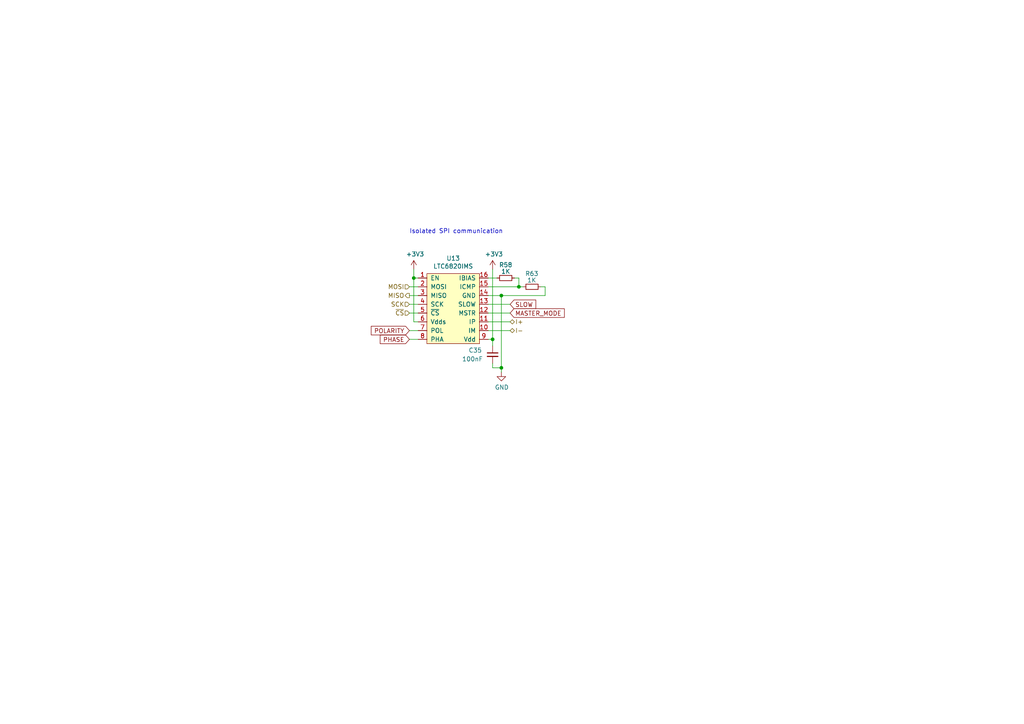
<source format=kicad_sch>
(kicad_sch (version 20211123) (generator eeschema)

  (uuid dd18c00f-1602-45cd-bac4-57183641fe2b)

  (paper "A4")

  (lib_symbols
    (symbol "Device:C_Small" (pin_numbers hide) (pin_names (offset 0.254) hide) (in_bom yes) (on_board yes)
      (property "Reference" "C" (id 0) (at 0.254 1.778 0)
        (effects (font (size 1.27 1.27)) (justify left))
      )
      (property "Value" "C_Small" (id 1) (at 0.254 -2.032 0)
        (effects (font (size 1.27 1.27)) (justify left))
      )
      (property "Footprint" "" (id 2) (at 0 0 0)
        (effects (font (size 1.27 1.27)) hide)
      )
      (property "Datasheet" "~" (id 3) (at 0 0 0)
        (effects (font (size 1.27 1.27)) hide)
      )
      (property "ki_keywords" "capacitor cap" (id 4) (at 0 0 0)
        (effects (font (size 1.27 1.27)) hide)
      )
      (property "ki_description" "Unpolarized capacitor, small symbol" (id 5) (at 0 0 0)
        (effects (font (size 1.27 1.27)) hide)
      )
      (property "ki_fp_filters" "C_*" (id 6) (at 0 0 0)
        (effects (font (size 1.27 1.27)) hide)
      )
      (symbol "C_Small_0_1"
        (polyline
          (pts
            (xy -1.524 -0.508)
            (xy 1.524 -0.508)
          )
          (stroke (width 0.3302) (type default) (color 0 0 0 0))
          (fill (type none))
        )
        (polyline
          (pts
            (xy -1.524 0.508)
            (xy 1.524 0.508)
          )
          (stroke (width 0.3048) (type default) (color 0 0 0 0))
          (fill (type none))
        )
      )
      (symbol "C_Small_1_1"
        (pin passive line (at 0 2.54 270) (length 2.032)
          (name "~" (effects (font (size 1.27 1.27))))
          (number "1" (effects (font (size 1.27 1.27))))
        )
        (pin passive line (at 0 -2.54 90) (length 2.032)
          (name "~" (effects (font (size 1.27 1.27))))
          (number "2" (effects (font (size 1.27 1.27))))
        )
      )
    )
    (symbol "Device:R_Small" (pin_numbers hide) (pin_names (offset 0.254) hide) (in_bom yes) (on_board yes)
      (property "Reference" "R" (id 0) (at 0.762 0.508 0)
        (effects (font (size 1.27 1.27)) (justify left))
      )
      (property "Value" "R_Small" (id 1) (at 0.762 -1.016 0)
        (effects (font (size 1.27 1.27)) (justify left))
      )
      (property "Footprint" "" (id 2) (at 0 0 0)
        (effects (font (size 1.27 1.27)) hide)
      )
      (property "Datasheet" "~" (id 3) (at 0 0 0)
        (effects (font (size 1.27 1.27)) hide)
      )
      (property "ki_keywords" "R resistor" (id 4) (at 0 0 0)
        (effects (font (size 1.27 1.27)) hide)
      )
      (property "ki_description" "Resistor, small symbol" (id 5) (at 0 0 0)
        (effects (font (size 1.27 1.27)) hide)
      )
      (property "ki_fp_filters" "R_*" (id 6) (at 0 0 0)
        (effects (font (size 1.27 1.27)) hide)
      )
      (symbol "R_Small_0_1"
        (rectangle (start -0.762 1.778) (end 0.762 -1.778)
          (stroke (width 0.2032) (type default) (color 0 0 0 0))
          (fill (type none))
        )
      )
      (symbol "R_Small_1_1"
        (pin passive line (at 0 2.54 270) (length 0.762)
          (name "~" (effects (font (size 1.27 1.27))))
          (number "1" (effects (font (size 1.27 1.27))))
        )
        (pin passive line (at 0 -2.54 90) (length 0.762)
          (name "~" (effects (font (size 1.27 1.27))))
          (number "2" (effects (font (size 1.27 1.27))))
        )
      )
    )
    (symbol "PUTM_EV_BMS_library:LTC6820IMS" (pin_names (offset 1.016)) (in_bom yes) (on_board yes)
      (property "Reference" "U" (id 0) (at -6.35 11.43 0)
        (effects (font (size 1.27 1.27)))
      )
      (property "Value" "LTC6820IMS" (id 1) (at 0 -11.43 0)
        (effects (font (size 1.27 1.27)))
      )
      (property "Footprint" "Package_SO:MSOP-16_3x4.039mm_P0.5mm" (id 2) (at 0 -13.97 0)
        (effects (font (size 1.27 1.27)) hide)
      )
      (property "Datasheet" "" (id 3) (at 5.08 -7.62 0)
        (effects (font (size 1.27 1.27)) hide)
      )
      (symbol "LTC6820IMS_0_1"
        (rectangle (start -7.62 10.16) (end 7.62 -10.16)
          (stroke (width 0) (type default) (color 0 0 0 0))
          (fill (type background))
        )
      )
      (symbol "LTC6820IMS_1_1"
        (pin input line (at -10.16 8.89 0) (length 2.54)
          (name "EN" (effects (font (size 1.27 1.27))))
          (number "1" (effects (font (size 1.27 1.27))))
        )
        (pin input line (at 10.16 -6.35 180) (length 2.54)
          (name "IM" (effects (font (size 1.27 1.27))))
          (number "10" (effects (font (size 1.27 1.27))))
        )
        (pin input line (at 10.16 -3.81 180) (length 2.54)
          (name "IP" (effects (font (size 1.27 1.27))))
          (number "11" (effects (font (size 1.27 1.27))))
        )
        (pin input line (at 10.16 -1.27 180) (length 2.54)
          (name "MSTR" (effects (font (size 1.27 1.27))))
          (number "12" (effects (font (size 1.27 1.27))))
        )
        (pin input line (at 10.16 1.27 180) (length 2.54)
          (name "SLOW" (effects (font (size 1.27 1.27))))
          (number "13" (effects (font (size 1.27 1.27))))
        )
        (pin power_in line (at 10.16 3.81 180) (length 2.54)
          (name "GND" (effects (font (size 1.27 1.27))))
          (number "14" (effects (font (size 1.27 1.27))))
        )
        (pin input line (at 10.16 6.35 180) (length 2.54)
          (name "ICMP" (effects (font (size 1.27 1.27))))
          (number "15" (effects (font (size 1.27 1.27))))
        )
        (pin input line (at 10.16 8.89 180) (length 2.54)
          (name "IBIAS" (effects (font (size 1.27 1.27))))
          (number "16" (effects (font (size 1.27 1.27))))
        )
        (pin input line (at -10.16 6.35 0) (length 2.54)
          (name "MOSI" (effects (font (size 1.27 1.27))))
          (number "2" (effects (font (size 1.27 1.27))))
        )
        (pin output line (at -10.16 3.81 0) (length 2.54)
          (name "MISO" (effects (font (size 1.27 1.27))))
          (number "3" (effects (font (size 1.27 1.27))))
        )
        (pin input line (at -10.16 1.27 0) (length 2.54)
          (name "SCK" (effects (font (size 1.27 1.27))))
          (number "4" (effects (font (size 1.27 1.27))))
        )
        (pin input line (at -10.16 -1.27 0) (length 2.54)
          (name "~{CS}" (effects (font (size 1.27 1.27))))
          (number "5" (effects (font (size 1.27 1.27))))
        )
        (pin power_in line (at -10.16 -3.81 0) (length 2.54)
          (name "Vdds" (effects (font (size 1.27 1.27))))
          (number "6" (effects (font (size 1.27 1.27))))
        )
        (pin input line (at -10.16 -6.35 0) (length 2.54)
          (name "POL" (effects (font (size 1.27 1.27))))
          (number "7" (effects (font (size 1.27 1.27))))
        )
        (pin input line (at -10.16 -8.89 0) (length 2.54)
          (name "PHA" (effects (font (size 1.27 1.27))))
          (number "8" (effects (font (size 1.27 1.27))))
        )
        (pin power_in line (at 10.16 -8.89 180) (length 2.54)
          (name "Vdd" (effects (font (size 1.27 1.27))))
          (number "9" (effects (font (size 1.27 1.27))))
        )
      )
    )
    (symbol "power:+3.3V" (power) (pin_names (offset 0)) (in_bom yes) (on_board yes)
      (property "Reference" "#PWR" (id 0) (at 0 -3.81 0)
        (effects (font (size 1.27 1.27)) hide)
      )
      (property "Value" "+3.3V" (id 1) (at 0 3.556 0)
        (effects (font (size 1.27 1.27)))
      )
      (property "Footprint" "" (id 2) (at 0 0 0)
        (effects (font (size 1.27 1.27)) hide)
      )
      (property "Datasheet" "" (id 3) (at 0 0 0)
        (effects (font (size 1.27 1.27)) hide)
      )
      (property "ki_keywords" "power-flag" (id 4) (at 0 0 0)
        (effects (font (size 1.27 1.27)) hide)
      )
      (property "ki_description" "Power symbol creates a global label with name \"+3.3V\"" (id 5) (at 0 0 0)
        (effects (font (size 1.27 1.27)) hide)
      )
      (symbol "+3.3V_0_1"
        (polyline
          (pts
            (xy -0.762 1.27)
            (xy 0 2.54)
          )
          (stroke (width 0) (type default) (color 0 0 0 0))
          (fill (type none))
        )
        (polyline
          (pts
            (xy 0 0)
            (xy 0 2.54)
          )
          (stroke (width 0) (type default) (color 0 0 0 0))
          (fill (type none))
        )
        (polyline
          (pts
            (xy 0 2.54)
            (xy 0.762 1.27)
          )
          (stroke (width 0) (type default) (color 0 0 0 0))
          (fill (type none))
        )
      )
      (symbol "+3.3V_1_1"
        (pin power_in line (at 0 0 90) (length 0) hide
          (name "+3V3" (effects (font (size 1.27 1.27))))
          (number "1" (effects (font (size 1.27 1.27))))
        )
      )
    )
    (symbol "power:GND" (power) (pin_names (offset 0)) (in_bom yes) (on_board yes)
      (property "Reference" "#PWR" (id 0) (at 0 -6.35 0)
        (effects (font (size 1.27 1.27)) hide)
      )
      (property "Value" "GND" (id 1) (at 0 -3.81 0)
        (effects (font (size 1.27 1.27)))
      )
      (property "Footprint" "" (id 2) (at 0 0 0)
        (effects (font (size 1.27 1.27)) hide)
      )
      (property "Datasheet" "" (id 3) (at 0 0 0)
        (effects (font (size 1.27 1.27)) hide)
      )
      (property "ki_keywords" "power-flag" (id 4) (at 0 0 0)
        (effects (font (size 1.27 1.27)) hide)
      )
      (property "ki_description" "Power symbol creates a global label with name \"GND\" , ground" (id 5) (at 0 0 0)
        (effects (font (size 1.27 1.27)) hide)
      )
      (symbol "GND_0_1"
        (polyline
          (pts
            (xy 0 0)
            (xy 0 -1.27)
            (xy 1.27 -1.27)
            (xy 0 -2.54)
            (xy -1.27 -1.27)
            (xy 0 -1.27)
          )
          (stroke (width 0) (type default) (color 0 0 0 0))
          (fill (type none))
        )
      )
      (symbol "GND_1_1"
        (pin power_in line (at 0 0 270) (length 0) hide
          (name "GND" (effects (font (size 1.27 1.27))))
          (number "1" (effects (font (size 1.27 1.27))))
        )
      )
    )
  )

  (junction (at 150.495 83.185) (diameter 0) (color 0 0 0 0)
    (uuid 5ea2d3ef-23e3-4973-aed5-55a59f10ddb9)
  )
  (junction (at 145.415 85.725) (diameter 0) (color 0 0 0 0)
    (uuid 66dc9cbb-5bbc-4266-93e8-3b8a1cbe2367)
  )
  (junction (at 120.015 80.645) (diameter 0) (color 0 0 0 0)
    (uuid adedd8dd-ee18-49ef-adaa-f21a1366390f)
  )
  (junction (at 142.875 98.425) (diameter 0) (color 0 0 0 0)
    (uuid b7139e69-5c97-4efb-8d26-6b943a9cb1d2)
  )
  (junction (at 145.415 106.68) (diameter 0) (color 0 0 0 0)
    (uuid c9a48a3c-0774-4833-9a1f-6e291ede7edf)
  )

  (wire (pts (xy 141.605 83.185) (xy 150.495 83.185))
    (stroke (width 0) (type default) (color 0 0 0 0))
    (uuid 10502470-67b3-4b32-b7e1-6aaead4bc52f)
  )
  (wire (pts (xy 158.115 85.725) (xy 158.115 83.185))
    (stroke (width 0) (type default) (color 0 0 0 0))
    (uuid 1ef961f1-78ed-4edb-857e-c8c2aa61ebee)
  )
  (wire (pts (xy 118.745 90.805) (xy 121.285 90.805))
    (stroke (width 0) (type default) (color 0 0 0 0))
    (uuid 21a18915-5d0c-4e7e-a522-59f777f01ebf)
  )
  (wire (pts (xy 150.495 83.185) (xy 151.765 83.185))
    (stroke (width 0) (type default) (color 0 0 0 0))
    (uuid 3a2ad4b7-d96d-4919-8f6f-b120920009e5)
  )
  (wire (pts (xy 145.415 85.725) (xy 145.415 106.68))
    (stroke (width 0) (type default) (color 0 0 0 0))
    (uuid 400f556e-bb5b-4507-8fe4-2804b62ebc90)
  )
  (wire (pts (xy 118.745 95.885) (xy 121.285 95.885))
    (stroke (width 0) (type default) (color 0 0 0 0))
    (uuid 4940bf41-fc5d-43bc-bd72-7b98bbd103bd)
  )
  (wire (pts (xy 121.285 80.645) (xy 120.015 80.645))
    (stroke (width 0) (type default) (color 0 0 0 0))
    (uuid 4f48ec12-9bc6-4570-9d65-c6a2819aaefa)
  )
  (wire (pts (xy 141.605 85.725) (xy 145.415 85.725))
    (stroke (width 0) (type default) (color 0 0 0 0))
    (uuid 57586b2f-fee9-48b1-9a5b-ab3c42b5cb1e)
  )
  (wire (pts (xy 118.745 88.265) (xy 121.285 88.265))
    (stroke (width 0) (type default) (color 0 0 0 0))
    (uuid 58607eab-01c2-4b95-9d3c-c1e3753830e4)
  )
  (wire (pts (xy 120.015 80.645) (xy 120.015 78.105))
    (stroke (width 0) (type default) (color 0 0 0 0))
    (uuid 61b27b97-0c99-42e0-9e3f-f9199df3ce2b)
  )
  (wire (pts (xy 145.415 85.725) (xy 158.115 85.725))
    (stroke (width 0) (type default) (color 0 0 0 0))
    (uuid 68987ca3-625b-4eb0-993b-5e761243ccae)
  )
  (wire (pts (xy 141.605 80.645) (xy 144.145 80.645))
    (stroke (width 0) (type default) (color 0 0 0 0))
    (uuid 73e21239-113f-4c22-a01d-7a625b77fb28)
  )
  (wire (pts (xy 142.875 98.425) (xy 142.875 100.33))
    (stroke (width 0) (type default) (color 0 0 0 0))
    (uuid 792dacf5-0f9d-4851-8c53-d431afbd2c50)
  )
  (wire (pts (xy 118.745 85.725) (xy 121.285 85.725))
    (stroke (width 0) (type default) (color 0 0 0 0))
    (uuid 7c945bda-7d82-48db-a6d6-93e852cea30d)
  )
  (wire (pts (xy 121.285 93.345) (xy 120.015 93.345))
    (stroke (width 0) (type default) (color 0 0 0 0))
    (uuid 88c1cc33-e6c4-4fa6-8749-fd04bd654a96)
  )
  (wire (pts (xy 141.605 98.425) (xy 142.875 98.425))
    (stroke (width 0) (type default) (color 0 0 0 0))
    (uuid 94d60545-2c81-471f-894d-5e4499729f59)
  )
  (wire (pts (xy 142.875 105.41) (xy 142.875 106.68))
    (stroke (width 0) (type default) (color 0 0 0 0))
    (uuid 9587a999-2b2b-4c34-bd31-3489c5da95e6)
  )
  (wire (pts (xy 150.495 80.645) (xy 150.495 83.185))
    (stroke (width 0) (type default) (color 0 0 0 0))
    (uuid 9d2cc9c6-e435-4848-8e7b-31465c362f56)
  )
  (wire (pts (xy 118.745 83.185) (xy 121.285 83.185))
    (stroke (width 0) (type default) (color 0 0 0 0))
    (uuid aab81c0f-f42b-45ee-994b-06342bd4609b)
  )
  (wire (pts (xy 118.745 98.425) (xy 121.285 98.425))
    (stroke (width 0) (type default) (color 0 0 0 0))
    (uuid ab924669-ee95-4f88-bcdb-a91733db7444)
  )
  (wire (pts (xy 145.415 107.95) (xy 145.415 106.68))
    (stroke (width 0) (type default) (color 0 0 0 0))
    (uuid b123610b-c5ed-4f8b-ba6b-1c8a421be4cf)
  )
  (wire (pts (xy 142.875 106.68) (xy 145.415 106.68))
    (stroke (width 0) (type default) (color 0 0 0 0))
    (uuid b4c48d15-87a1-4d74-82db-c7efded90bad)
  )
  (wire (pts (xy 141.605 88.265) (xy 147.955 88.265))
    (stroke (width 0) (type default) (color 0 0 0 0))
    (uuid bb2dbb4d-c371-414c-a8d9-12bcaa5d36f1)
  )
  (wire (pts (xy 120.015 93.345) (xy 120.015 80.645))
    (stroke (width 0) (type default) (color 0 0 0 0))
    (uuid be3a47ee-0a8b-4486-9ea2-0525d0d2206e)
  )
  (wire (pts (xy 149.225 80.645) (xy 150.495 80.645))
    (stroke (width 0) (type default) (color 0 0 0 0))
    (uuid c0429b0b-7d59-4395-adc7-5ff0cc387b84)
  )
  (wire (pts (xy 141.605 95.885) (xy 147.955 95.885))
    (stroke (width 0) (type default) (color 0 0 0 0))
    (uuid cf43110c-6ee7-4bbb-b50a-b602690f2e77)
  )
  (wire (pts (xy 142.875 78.105) (xy 142.875 98.425))
    (stroke (width 0) (type default) (color 0 0 0 0))
    (uuid cf8fff4f-0fea-4a94-835e-412e3a9f5e09)
  )
  (wire (pts (xy 158.115 83.185) (xy 156.845 83.185))
    (stroke (width 0) (type default) (color 0 0 0 0))
    (uuid dafa407c-4821-4885-8c7e-554506ea4560)
  )
  (wire (pts (xy 141.605 93.345) (xy 147.955 93.345))
    (stroke (width 0) (type default) (color 0 0 0 0))
    (uuid dd827e95-a718-4ec9-ab73-52543fff3e32)
  )
  (wire (pts (xy 141.605 90.805) (xy 147.955 90.805))
    (stroke (width 0) (type default) (color 0 0 0 0))
    (uuid e330ba09-3844-4344-a238-1849cae75052)
  )

  (text "Isolated SPI communication" (at 118.745 67.945 0)
    (effects (font (size 1.27 1.27)) (justify left bottom))
    (uuid e1b2fb88-4c80-4b21-9cdf-1df926799834)
  )

  (global_label "SLOW" (shape input) (at 147.955 88.265 0) (fields_autoplaced)
    (effects (font (size 1.27 1.27)) (justify left))
    (uuid 1aad5fde-b48a-450c-a474-93cebbbf05ab)
    (property "Intersheet References" "${INTERSHEET_REFS}" (id 0) (at 155.2987 88.1856 0)
      (effects (font (size 1.27 1.27)) (justify left) hide)
    )
  )
  (global_label "PHASE" (shape input) (at 118.745 98.425 180) (fields_autoplaced)
    (effects (font (size 1.27 1.27)) (justify right))
    (uuid b64d0303-32f6-446d-b42e-e28490dac9b5)
    (property "Intersheet References" "${INTERSHEET_REFS}" (id 0) (at 110.3732 98.3456 0)
      (effects (font (size 1.27 1.27)) (justify right) hide)
    )
  )
  (global_label "MASTER_MODE" (shape input) (at 147.955 90.805 0) (fields_autoplaced)
    (effects (font (size 1.27 1.27)) (justify left))
    (uuid b7c039ae-7763-43f0-946c-ab9bb0c9619b)
    (property "Intersheet References" "${INTERSHEET_REFS}" (id 0) (at 163.584 90.7256 0)
      (effects (font (size 1.27 1.27)) (justify left) hide)
    )
  )
  (global_label "POLARITY" (shape input) (at 118.745 95.885 180) (fields_autoplaced)
    (effects (font (size 1.27 1.27)) (justify right))
    (uuid fc21c784-fe6a-46eb-83dd-b7349f9d271d)
    (property "Intersheet References" "${INTERSHEET_REFS}" (id 0) (at 107.7727 95.8056 0)
      (effects (font (size 1.27 1.27)) (justify right) hide)
    )
  )

  (hierarchical_label "SCK" (shape input) (at 118.745 88.265 180)
    (effects (font (size 1.27 1.27)) (justify right))
    (uuid 20b2b3ff-dac5-4f17-b5c7-98221c2110f3)
  )
  (hierarchical_label "I-" (shape bidirectional) (at 147.955 95.885 0)
    (effects (font (size 1.27 1.27)) (justify left))
    (uuid 2da42e07-ae53-4fdf-94a8-3c6d564c38df)
  )
  (hierarchical_label "~{CS}" (shape input) (at 118.745 90.805 180)
    (effects (font (size 1.27 1.27)) (justify right))
    (uuid 3386a3cc-76d6-4e6e-b1f5-9f5ac9c2b986)
  )
  (hierarchical_label "MOSI" (shape input) (at 118.745 83.185 180)
    (effects (font (size 1.27 1.27)) (justify right))
    (uuid a6d5bb03-2bec-44e6-9bc8-0ef909123f97)
  )
  (hierarchical_label "MISO" (shape output) (at 118.745 85.725 180)
    (effects (font (size 1.27 1.27)) (justify right))
    (uuid bb31c8cc-70f0-410b-8ac4-537e9f7137d7)
  )
  (hierarchical_label "I+" (shape bidirectional) (at 147.955 93.345 0)
    (effects (font (size 1.27 1.27)) (justify left))
    (uuid e1bcf264-be8e-4194-8f1e-99ba0210b541)
  )

  (symbol (lib_id "power:+3.3V") (at 120.015 78.105 0)
    (in_bom yes) (on_board yes)
    (uuid 180ff804-0cd9-4954-bf34-9ef1ac05fa12)
    (property "Reference" "#PWR0144" (id 0) (at 120.015 81.915 0)
      (effects (font (size 1.27 1.27)) hide)
    )
    (property "Value" "+3.3V" (id 1) (at 120.396 73.7108 0))
    (property "Footprint" "" (id 2) (at 120.015 78.105 0)
      (effects (font (size 1.27 1.27)) hide)
    )
    (property "Datasheet" "" (id 3) (at 120.015 78.105 0)
      (effects (font (size 1.27 1.27)) hide)
    )
    (pin "1" (uuid 4105775c-c033-497e-9379-a4d24c377a4d))
  )

  (symbol (lib_id "power:GND") (at 145.415 107.95 0)
    (in_bom yes) (on_board yes)
    (uuid 35c5414b-f7a3-4753-86fb-0ce275c30191)
    (property "Reference" "#PWR0143" (id 0) (at 145.415 114.3 0)
      (effects (font (size 1.27 1.27)) hide)
    )
    (property "Value" "GND" (id 1) (at 145.542 112.3442 0))
    (property "Footprint" "" (id 2) (at 145.415 107.95 0)
      (effects (font (size 1.27 1.27)) hide)
    )
    (property "Datasheet" "" (id 3) (at 145.415 107.95 0)
      (effects (font (size 1.27 1.27)) hide)
    )
    (pin "1" (uuid ad631152-46af-4514-9bbd-5d1ad316e650))
  )

  (symbol (lib_id "PUTM_EV_BMS_library:LTC6820IMS") (at 131.445 89.535 0)
    (in_bom yes) (on_board yes)
    (uuid 75aa199e-971f-4c5a-8cad-d0acbb2766f4)
    (property "Reference" "U13" (id 0) (at 131.445 74.93 0))
    (property "Value" "LTC6820IMS" (id 1) (at 131.445 77.2414 0))
    (property "Footprint" "Package_SO:MSOP-16_3x4.039mm_P0.5mm" (id 2) (at 131.445 103.505 0)
      (effects (font (size 1.27 1.27)) hide)
    )
    (property "Datasheet" "" (id 3) (at 136.525 97.155 0)
      (effects (font (size 1.27 1.27)) hide)
    )
    (pin "1" (uuid f5936d53-22e5-4cbe-b197-0d30b2e92138))
    (pin "10" (uuid 9eacb45b-9af9-4af1-82c6-13749a1fc91a))
    (pin "11" (uuid cf0760a3-27d7-4bec-a408-570b848dfdee))
    (pin "12" (uuid d5c74108-c22b-4190-ac3a-266e4d7969a3))
    (pin "13" (uuid d1688663-261d-4111-b0d7-03938bcbccd0))
    (pin "14" (uuid 94d6f31c-586d-4614-8971-a5c43f3ea80a))
    (pin "15" (uuid 9f983bf5-2ebb-43e0-8bee-02e997c1aa98))
    (pin "16" (uuid 7d4ffca3-2382-43c0-8d4d-710181ef269f))
    (pin "2" (uuid f06e2469-a4c0-4602-9001-16f7e9ae7af2))
    (pin "3" (uuid f4620adc-3830-44f7-96bf-515f89cce1e0))
    (pin "4" (uuid a764d8a6-79ee-4ecc-8ae0-c07af2a908a4))
    (pin "5" (uuid ed1f508f-66aa-43d3-9c1e-ceb3308b4af3))
    (pin "6" (uuid a5153000-f0e8-4068-a295-d07ab8639e81))
    (pin "7" (uuid 2292857e-136e-4b51-a0a1-d8c714d12de6))
    (pin "8" (uuid d9667ad7-0b19-4615-9bb9-2145a8c02a75))
    (pin "9" (uuid 2d216c0f-048b-4f66-b65f-8623af4e7f2c))
  )

  (symbol (lib_id "power:+3.3V") (at 142.875 78.105 0)
    (in_bom yes) (on_board yes)
    (uuid 8ae15e07-35eb-4ba5-8585-69fd1f6369b1)
    (property "Reference" "#PWR0145" (id 0) (at 142.875 81.915 0)
      (effects (font (size 1.27 1.27)) hide)
    )
    (property "Value" "+3.3V" (id 1) (at 143.256 73.7108 0))
    (property "Footprint" "" (id 2) (at 142.875 78.105 0)
      (effects (font (size 1.27 1.27)) hide)
    )
    (property "Datasheet" "" (id 3) (at 142.875 78.105 0)
      (effects (font (size 1.27 1.27)) hide)
    )
    (pin "1" (uuid b30af69e-7b9e-47a2-a126-7e4f6705b8cd))
  )

  (symbol (lib_id "Device:R_Small") (at 154.305 83.185 270)
    (in_bom yes) (on_board yes)
    (uuid b9ede21d-9a02-46ef-9ca2-2ca896c91e17)
    (property "Reference" "R63" (id 0) (at 156.21 79.375 90)
      (effects (font (size 1.27 1.27)) (justify right))
    )
    (property "Value" "1K" (id 1) (at 155.575 81.28 90)
      (effects (font (size 1.27 1.27)) (justify right))
    )
    (property "Footprint" "Resistor_SMD:R_0603_1608Metric" (id 2) (at 154.305 83.185 0)
      (effects (font (size 1.27 1.27)) hide)
    )
    (property "Datasheet" "~" (id 3) (at 154.305 83.185 0)
      (effects (font (size 1.27 1.27)) hide)
    )
    (pin "1" (uuid 913648a6-06fa-49d8-999a-d5ee38a5fda0))
    (pin "2" (uuid 8c9a20d0-09ab-4b9e-943a-c82faf0c42b2))
  )

  (symbol (lib_id "Device:R_Small") (at 146.685 80.645 270)
    (in_bom yes) (on_board yes)
    (uuid bd3f51e3-ada9-40b0-a2fe-143c249ec25f)
    (property "Reference" "R58" (id 0) (at 146.685 76.835 90))
    (property "Value" "1K" (id 1) (at 146.685 78.74 90))
    (property "Footprint" "Resistor_SMD:R_0603_1608Metric" (id 2) (at 146.685 80.645 0)
      (effects (font (size 1.27 1.27)) hide)
    )
    (property "Datasheet" "~" (id 3) (at 146.685 80.645 0)
      (effects (font (size 1.27 1.27)) hide)
    )
    (pin "1" (uuid b7fe0efd-25e1-4108-9ec5-87efc02714c1))
    (pin "2" (uuid 3222eba7-bcd1-489f-924a-8a9730a0c2a7))
  )

  (symbol (lib_id "Device:C_Small") (at 142.875 102.87 0)
    (in_bom yes) (on_board yes)
    (uuid cd119b16-90da-4795-a2f6-7c5253fc35bd)
    (property "Reference" "C35" (id 0) (at 135.89 101.6 0)
      (effects (font (size 1.27 1.27)) (justify left))
    )
    (property "Value" "100nF" (id 1) (at 133.985 104.14 0)
      (effects (font (size 1.27 1.27)) (justify left))
    )
    (property "Footprint" "Capacitor_SMD:C_0603_1608Metric" (id 2) (at 142.875 102.87 0)
      (effects (font (size 1.27 1.27)) hide)
    )
    (property "Datasheet" "~" (id 3) (at 142.875 102.87 0)
      (effects (font (size 1.27 1.27)) hide)
    )
    (pin "1" (uuid 9377d806-3382-4712-a6dc-941a4caf8460))
    (pin "2" (uuid ff35dfa5-83fd-453a-b073-692cc092185c))
  )
)

</source>
